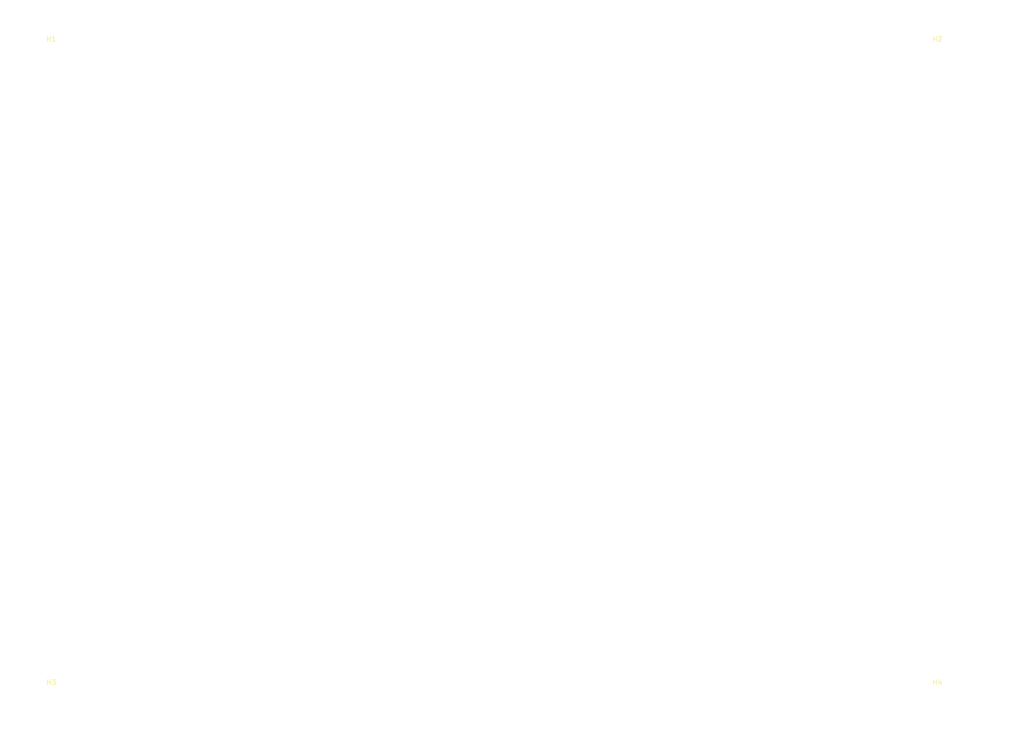
<source format=kicad_pcb>
(kicad_pcb (version 20210228) (generator pcbnew)
  (title_block (title "Enter Title On Page Setting Dialog") (rev "1") (company "KiCAD"))
  (layers (0 "F.Cu" signal) (31 "B.Cu" signal) (34 "B.Paste" user) (35 "F.Paste" user) (36 "B.SilkS" user "B.Silkscreen") (37 "F.SilkS" user "F.Silkscreen") (38 "B.Mask" user) (39 "F.Mask" user) (44 "Edge.Cuts" user))
  (net 0 "")
  (footprint "MountingHole:MountingHole_3.2mm_M3" (layer "F.Cu") (at 110.7 73.1)
    (fp_text reference "H1" (at 5.16 -0.205) (layer "F.SilkS"))
    (fp_text value "MountingHole")
    (pad "1" np_thru_hole circle (at 0 0) (size 3.2 3.2) (drill 3.2) (layers *.Cu *.Mask))
  )
  (footprint "MountingHole:MountingHole_3.2mm_M3" (layer "F.Cu") (at 299.7 73.1)
    (fp_text reference "H2" (at -5.26 -0.205) (layer "F.SilkS"))
    (fp_text value "MountingHole")
    (pad "1" np_thru_hole circle (at 0 0) (size 3.2 3.2) (drill 3.2) (layers *.Cu *.Mask))
  )
  (footprint "MountingHole:MountingHole_3.2mm_M3" (layer "F.Cu") (at 110.7 202.7)
    (fp_text reference "H3" (at 5.16 -0.08) (layer "F.SilkS"))
    (fp_text value "MountingHole")
    (pad "1" np_thru_hole circle (at 0 0) (size 3.2 3.2) (drill 3.2) (layers *.Cu *.Mask))
  )
  (footprint "MountingHole:MountingHole_3.2mm_M3" (layer "F.Cu") (at 299.7 202.7)
    (fp_text reference "H4" (at -5.26 -0.08) (layer "F.SilkS"))
    (fp_text value "MountingHole")
    (pad "1" np_thru_hole circle (at 0 0) (size 3.2 3.2) (drill 3.2) (layers *.Cu *.Mask))
  )
  (gr_line (start 105.7 68.1) (end 105.7 207.7) (layer "Edge.Cuts") (width 0.00254))
  (gr_line (start 105.7 207.7) (end 304.7 207.7) (layer "Edge.Cuts") (width 0.00254))
  (gr_line (start 304.7 68.1) (end 105.7 68.1) (layer "Edge.Cuts") (width 0.00254))
  (gr_line (start 304.7 68.1) (end 304.7 207.7) (layer "Edge.Cuts") (width 0.00254))
)
</source>
